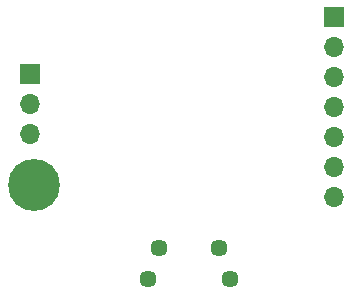
<source format=gbr>
%TF.GenerationSoftware,KiCad,Pcbnew,8.0.6*%
%TF.CreationDate,2024-12-07T20:29:57+01:00*%
%TF.ProjectId,circular PCB,63697263-756c-4617-9220-5043422e6b69,rev?*%
%TF.SameCoordinates,Original*%
%TF.FileFunction,Copper,L2,Bot*%
%TF.FilePolarity,Positive*%
%FSLAX46Y46*%
G04 Gerber Fmt 4.6, Leading zero omitted, Abs format (unit mm)*
G04 Created by KiCad (PCBNEW 8.0.6) date 2024-12-07 20:29:57*
%MOMM*%
%LPD*%
G01*
G04 APERTURE LIST*
%TA.AperFunction,ComponentPad*%
%ADD10C,4.400000*%
%TD*%
%TA.AperFunction,ComponentPad*%
%ADD11O,1.700000X1.700000*%
%TD*%
%TA.AperFunction,ComponentPad*%
%ADD12R,1.700000X1.700000*%
%TD*%
%TA.AperFunction,ComponentPad*%
%ADD13C,1.450000*%
%TD*%
G04 APERTURE END LIST*
D10*
%TO.P,M2,1*%
%TO.N,N/C*%
X178800000Y-74050000D03*
%TD*%
D11*
%TO.P,J2,3,Pin_3*%
%TO.N,+5V*%
X178430000Y-69730000D03*
%TO.P,J2,2,Pin_2*%
%TO.N,GND1*%
X178430000Y-67190000D03*
D12*
%TO.P,J2,1,Pin_1*%
%TO.N,Net-(J2-Pin_1)*%
X178430000Y-64650000D03*
%TD*%
D13*
%TO.P,J3,5,GND*%
%TO.N,GND1*%
X195390000Y-82007500D03*
X194390000Y-79307500D03*
X189390000Y-79307500D03*
X188390000Y-82007500D03*
%TD*%
D11*
%TO.P,J1,7,Pin_7*%
%TO.N,Net-(J1-Pin_7)*%
X204170000Y-74990000D03*
%TO.P,J1,6,Pin_6*%
%TO.N,Net-(J1-Pin_6)*%
X204170000Y-72450000D03*
%TO.P,J1,5,Pin_5*%
%TO.N,GND1*%
X204170000Y-69910000D03*
%TO.P,J1,4,Pin_4*%
%TO.N,Net-(J1-Pin_4)*%
X204170000Y-67370000D03*
%TO.P,J1,3,Pin_3*%
%TO.N,Net-(J1-Pin_3)*%
X204170000Y-64830000D03*
%TO.P,J1,2,Pin_2*%
%TO.N,Net-(D1-A)*%
X204170000Y-62290000D03*
D12*
%TO.P,J1,1,Pin_1*%
%TO.N,Net-(J1-Pin_1)*%
X204170000Y-59750000D03*
%TD*%
M02*

</source>
